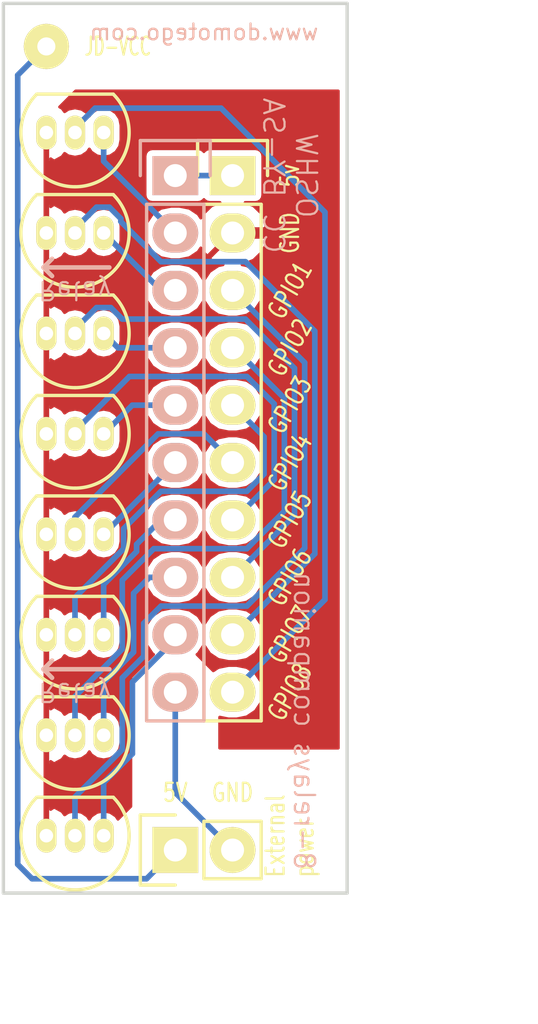
<source format=kicad_pcb>
(kicad_pcb (version 4) (host pcbnew 4.0.1-4.201602100846+6195~38~ubuntu15.10.1-stable)

  (general
    (links 27)
    (no_connects 0)
    (area 181.581667 104.285 200.660001 148.618333)
    (thickness 1.6)
    (drawings 31)
    (tracks 107)
    (zones 0)
    (modules 12)
    (nets 21)
  )

  (page A4)
  (title_block
    (title "8-relays companion")
    (date 2016-02-20)
    (rev 1)
    (company Domotego)
    (comment 1 https://github.com/tiramiseb/domotego_pcbs)
    (comment 2 https://www.domotego.com)
    (comment 4 "CC BY-SA")
  )

  (layers
    (0 F.Cu signal)
    (31 B.Cu signal)
    (32 B.Adhes user)
    (33 F.Adhes user)
    (34 B.Paste user)
    (35 F.Paste user)
    (36 B.SilkS user)
    (37 F.SilkS user)
    (38 B.Mask user)
    (39 F.Mask user)
    (40 Dwgs.User user)
    (41 Cmts.User user)
    (42 Eco1.User user)
    (43 Eco2.User user)
    (44 Edge.Cuts user)
    (45 Margin user)
    (46 B.CrtYd user)
    (47 F.CrtYd user)
    (48 B.Fab user)
    (49 F.Fab user)
  )

  (setup
    (last_trace_width 0.25)
    (trace_clearance 0.2)
    (zone_clearance 0.254)
    (zone_45_only no)
    (trace_min 0.2)
    (segment_width 0.2)
    (edge_width 0.15)
    (via_size 0.6)
    (via_drill 0.4)
    (via_min_size 0.4)
    (via_min_drill 0.3)
    (uvia_size 0.3)
    (uvia_drill 0.1)
    (uvias_allowed no)
    (uvia_min_size 0.2)
    (uvia_min_drill 0.1)
    (pcb_text_width 0.3)
    (pcb_text_size 1.5 1.5)
    (mod_edge_width 0.15)
    (mod_text_size 1 1)
    (mod_text_width 0.15)
    (pad_size 1.7272 1.7272)
    (pad_drill 1.016)
    (pad_to_mask_clearance 0.2)
    (aux_axis_origin 0 0)
    (visible_elements FFFFFF7F)
    (pcbplotparams
      (layerselection 0x00030_80000001)
      (usegerberextensions false)
      (excludeedgelayer true)
      (linewidth 0.100000)
      (plotframeref false)
      (viasonmask false)
      (mode 1)
      (useauxorigin false)
      (hpglpennumber 1)
      (hpglpenspeed 20)
      (hpglpendiameter 15)
      (hpglpenoverlay 2)
      (psnegative false)
      (psa4output false)
      (plotreference true)
      (plotvalue true)
      (plotinvisibletext false)
      (padsonsilk false)
      (subtractmaskfromsilk false)
      (outputformat 1)
      (mirror false)
      (drillshape 1)
      (scaleselection 1)
      (outputdirectory ""))
  )

  (net 0 "")
  (net 1 RPI_5V)
  (net 2 IN2)
  (net 3 IN1)
  (net 4 EXT_GND)
  (net 5 RPI_GND)
  (net 6 GPIO1)
  (net 7 GPIO2)
  (net 8 EXT_5V)
  (net 9 IN4)
  (net 10 IN3)
  (net 11 GPIO3)
  (net 12 GPIO4)
  (net 13 IN8)
  (net 14 IN7)
  (net 15 IN6)
  (net 16 IN5)
  (net 17 GPIO5)
  (net 18 GPIO6)
  (net 19 GPIO7)
  (net 20 GPIO8)

  (net_class Default "Ceci est la Netclass par défaut"
    (clearance 0.2)
    (trace_width 0.25)
    (via_dia 0.6)
    (via_drill 0.4)
    (uvia_dia 0.3)
    (uvia_drill 0.1)
    (add_net EXT_5V)
    (add_net EXT_GND)
    (add_net GPIO1)
    (add_net GPIO2)
    (add_net GPIO3)
    (add_net GPIO4)
    (add_net GPIO5)
    (add_net GPIO6)
    (add_net GPIO7)
    (add_net GPIO8)
    (add_net IN1)
    (add_net IN2)
    (add_net IN3)
    (add_net IN4)
    (add_net IN5)
    (add_net IN6)
    (add_net IN7)
    (add_net IN8)
    (add_net RPI_5V)
    (add_net RPI_GND)
  )

  (module TO_SOT_Packages_THT:TO-92_Inline_Narrow_Oval (layer F.Cu) (tedit 56C2421F) (tstamp 56C24158)
    (at 189.23 129.54 180)
    (descr "TO-92 leads in-line, narrow, oval pads, drill 0.6mm (see NXP sot054_po.pdf)")
    (tags "to-92 sc-43 sc-43a sot54 PA33 transistor")
    (path /56C2581B)
    (fp_text reference Q4 (at 0 -4 180) (layer F.SilkS) hide
      (effects (font (size 1 1) (thickness 0.15)))
    )
    (fp_text value BC547 (at 0 3 180) (layer F.Fab) hide
      (effects (font (size 1 1) (thickness 0.15)))
    )
    (fp_line (start -1.4 1.95) (end -1.4 -2.65) (layer F.CrtYd) (width 0.05))
    (fp_line (start -1.4 1.95) (end 3.95 1.95) (layer F.CrtYd) (width 0.05))
    (fp_line (start -0.43 1.7) (end 2.97 1.7) (layer F.SilkS) (width 0.15))
    (fp_arc (start 1.27 0) (end 1.27 -2.4) (angle -135) (layer F.SilkS) (width 0.15))
    (fp_arc (start 1.27 0) (end 1.27 -2.4) (angle 135) (layer F.SilkS) (width 0.15))
    (fp_line (start -1.4 -2.65) (end 3.95 -2.65) (layer F.CrtYd) (width 0.05))
    (fp_line (start 3.95 1.95) (end 3.95 -2.65) (layer F.CrtYd) (width 0.05))
    (pad 2 thru_hole oval (at 1.27 0) (size 0.89916 1.50114) (drill 0.6) (layers *.Cu *.Mask F.SilkS)
      (net 12 GPIO4))
    (pad 3 thru_hole oval (at 2.54 0) (size 0.89916 1.50114) (drill 0.6) (layers *.Cu *.Mask F.SilkS)
      (net 5 RPI_GND))
    (pad 1 thru_hole oval (at 0 0) (size 0.89916 1.50114) (drill 0.6) (layers *.Cu *.Mask F.SilkS)
      (net 9 IN4))
    (model TO_SOT_Packages_THT.3dshapes/TO-92_Inline_Narrow_Oval.wrl
      (at (xyz 0.05 0 0))
      (scale (xyz 1 1 1))
      (rotate (xyz 0 0 -90))
    )
  )

  (module Pin_Headers:Pin_Header_Straight_1x02 (layer F.Cu) (tedit 56C241D4) (tstamp 56C24137)
    (at 192.405 143.51 90)
    (descr "Through hole pin header")
    (tags "pin header")
    (path /56C1B847)
    (fp_text reference P3 (at 0 -5.1 90) (layer F.SilkS) hide
      (effects (font (size 1 1) (thickness 0.15)))
    )
    (fp_text value CONN_01X02 (at 0 -3.1 90) (layer F.Fab) hide
      (effects (font (size 1 1) (thickness 0.15)))
    )
    (fp_line (start 1.27 1.27) (end 1.27 3.81) (layer F.SilkS) (width 0.15))
    (fp_line (start 1.55 -1.55) (end 1.55 0) (layer F.SilkS) (width 0.15))
    (fp_line (start -1.75 -1.75) (end -1.75 4.3) (layer F.CrtYd) (width 0.05))
    (fp_line (start 1.75 -1.75) (end 1.75 4.3) (layer F.CrtYd) (width 0.05))
    (fp_line (start -1.75 -1.75) (end 1.75 -1.75) (layer F.CrtYd) (width 0.05))
    (fp_line (start -1.75 4.3) (end 1.75 4.3) (layer F.CrtYd) (width 0.05))
    (fp_line (start 1.27 1.27) (end -1.27 1.27) (layer F.SilkS) (width 0.15))
    (fp_line (start -1.55 0) (end -1.55 -1.55) (layer F.SilkS) (width 0.15))
    (fp_line (start -1.55 -1.55) (end 1.55 -1.55) (layer F.SilkS) (width 0.15))
    (fp_line (start -1.27 1.27) (end -1.27 3.81) (layer F.SilkS) (width 0.15))
    (fp_line (start -1.27 3.81) (end 1.27 3.81) (layer F.SilkS) (width 0.15))
    (pad 1 thru_hole rect (at 0 0 90) (size 2.032 2.032) (drill 1.016) (layers *.Cu *.Mask F.SilkS)
      (net 8 EXT_5V))
    (pad 2 thru_hole oval (at 0 2.54 90) (size 2.032 2.032) (drill 1.016) (layers *.Cu *.Mask F.SilkS)
      (net 4 EXT_GND))
    (model Pin_Headers.3dshapes/Pin_Header_Straight_1x02.wrl
      (at (xyz 0 -0.05 0))
      (scale (xyz 1 1 1))
      (rotate (xyz 0 0 90))
    )
  )

  (module TO_SOT_Packages_THT:TO-92_Inline_Narrow_Oval (layer F.Cu) (tedit 56C2423B) (tstamp 56C24143)
    (at 189.23 142.875 180)
    (descr "TO-92 leads in-line, narrow, oval pads, drill 0.6mm (see NXP sot054_po.pdf)")
    (tags "to-92 sc-43 sc-43a sot54 PA33 transistor")
    (path /56C1B047)
    (fp_text reference Q1 (at 0 -4 180) (layer F.SilkS) hide
      (effects (font (size 1 1) (thickness 0.15)))
    )
    (fp_text value BC547 (at 0 3 180) (layer F.Fab) hide
      (effects (font (size 1 1) (thickness 0.15)))
    )
    (fp_line (start -1.4 1.95) (end -1.4 -2.65) (layer F.CrtYd) (width 0.05))
    (fp_line (start -1.4 1.95) (end 3.95 1.95) (layer F.CrtYd) (width 0.05))
    (fp_line (start -0.43 1.7) (end 2.97 1.7) (layer F.SilkS) (width 0.15))
    (fp_arc (start 1.27 0) (end 1.27 -2.4) (angle -135) (layer F.SilkS) (width 0.15))
    (fp_arc (start 1.27 0) (end 1.27 -2.4) (angle 135) (layer F.SilkS) (width 0.15))
    (fp_line (start -1.4 -2.65) (end 3.95 -2.65) (layer F.CrtYd) (width 0.05))
    (fp_line (start 3.95 1.95) (end 3.95 -2.65) (layer F.CrtYd) (width 0.05))
    (pad 2 thru_hole oval (at 1.27 0) (size 0.89916 1.50114) (drill 0.6) (layers *.Cu *.Mask F.SilkS)
      (net 6 GPIO1))
    (pad 3 thru_hole oval (at 2.54 0) (size 0.89916 1.50114) (drill 0.6) (layers *.Cu *.Mask F.SilkS)
      (net 5 RPI_GND))
    (pad 1 thru_hole oval (at 0 0) (size 0.89916 1.50114) (drill 0.6) (layers *.Cu *.Mask F.SilkS)
      (net 3 IN1))
    (model TO_SOT_Packages_THT.3dshapes/TO-92_Inline_Narrow_Oval.wrl
      (at (xyz 0.05 0 0))
      (scale (xyz 1 1 1))
      (rotate (xyz 0 0 -90))
    )
  )

  (module TO_SOT_Packages_THT:TO-92_Inline_Narrow_Oval (layer F.Cu) (tedit 56C2422C) (tstamp 56C2414A)
    (at 189.23 138.43 180)
    (descr "TO-92 leads in-line, narrow, oval pads, drill 0.6mm (see NXP sot054_po.pdf)")
    (tags "to-92 sc-43 sc-43a sot54 PA33 transistor")
    (path /56C1B198)
    (fp_text reference Q2 (at 0 -4 180) (layer F.SilkS) hide
      (effects (font (size 1 1) (thickness 0.15)))
    )
    (fp_text value BC547 (at 0 3 180) (layer F.Fab) hide
      (effects (font (size 1 1) (thickness 0.15)))
    )
    (fp_line (start -1.4 1.95) (end -1.4 -2.65) (layer F.CrtYd) (width 0.05))
    (fp_line (start -1.4 1.95) (end 3.95 1.95) (layer F.CrtYd) (width 0.05))
    (fp_line (start -0.43 1.7) (end 2.97 1.7) (layer F.SilkS) (width 0.15))
    (fp_arc (start 1.27 0) (end 1.27 -2.4) (angle -135) (layer F.SilkS) (width 0.15))
    (fp_arc (start 1.27 0) (end 1.27 -2.4) (angle 135) (layer F.SilkS) (width 0.15))
    (fp_line (start -1.4 -2.65) (end 3.95 -2.65) (layer F.CrtYd) (width 0.05))
    (fp_line (start 3.95 1.95) (end 3.95 -2.65) (layer F.CrtYd) (width 0.05))
    (pad 2 thru_hole oval (at 1.27 0) (size 0.89916 1.50114) (drill 0.6) (layers *.Cu *.Mask F.SilkS)
      (net 7 GPIO2))
    (pad 3 thru_hole oval (at 2.54 0) (size 0.89916 1.50114) (drill 0.6) (layers *.Cu *.Mask F.SilkS)
      (net 5 RPI_GND))
    (pad 1 thru_hole oval (at 0 0) (size 0.89916 1.50114) (drill 0.6) (layers *.Cu *.Mask F.SilkS)
      (net 2 IN2))
    (model TO_SOT_Packages_THT.3dshapes/TO-92_Inline_Narrow_Oval.wrl
      (at (xyz 0.05 0 0))
      (scale (xyz 1 1 1))
      (rotate (xyz 0 0 -90))
    )
  )

  (module TO_SOT_Packages_THT:TO-92_Inline_Narrow_Oval (layer F.Cu) (tedit 56C2421C) (tstamp 56C24151)
    (at 189.23 133.985 180)
    (descr "TO-92 leads in-line, narrow, oval pads, drill 0.6mm (see NXP sot054_po.pdf)")
    (tags "to-92 sc-43 sc-43a sot54 PA33 transistor")
    (path /56C255F0)
    (fp_text reference Q3 (at 0 -4 180) (layer F.SilkS) hide
      (effects (font (size 1 1) (thickness 0.15)))
    )
    (fp_text value BC547 (at 0 3 180) (layer F.Fab) hide
      (effects (font (size 1 1) (thickness 0.15)))
    )
    (fp_line (start -1.4 1.95) (end -1.4 -2.65) (layer F.CrtYd) (width 0.05))
    (fp_line (start -1.4 1.95) (end 3.95 1.95) (layer F.CrtYd) (width 0.05))
    (fp_line (start -0.43 1.7) (end 2.97 1.7) (layer F.SilkS) (width 0.15))
    (fp_arc (start 1.27 0) (end 1.27 -2.4) (angle -135) (layer F.SilkS) (width 0.15))
    (fp_arc (start 1.27 0) (end 1.27 -2.4) (angle 135) (layer F.SilkS) (width 0.15))
    (fp_line (start -1.4 -2.65) (end 3.95 -2.65) (layer F.CrtYd) (width 0.05))
    (fp_line (start 3.95 1.95) (end 3.95 -2.65) (layer F.CrtYd) (width 0.05))
    (pad 2 thru_hole oval (at 1.27 0) (size 0.89916 1.50114) (drill 0.6) (layers *.Cu *.Mask F.SilkS)
      (net 11 GPIO3))
    (pad 3 thru_hole oval (at 2.54 0) (size 0.89916 1.50114) (drill 0.6) (layers *.Cu *.Mask F.SilkS)
      (net 5 RPI_GND))
    (pad 1 thru_hole oval (at 0 0) (size 0.89916 1.50114) (drill 0.6) (layers *.Cu *.Mask F.SilkS)
      (net 10 IN3))
    (model TO_SOT_Packages_THT.3dshapes/TO-92_Inline_Narrow_Oval.wrl
      (at (xyz 0.05 0 0))
      (scale (xyz 1 1 1))
      (rotate (xyz 0 0 -90))
    )
  )

  (module Wire_Pads:SolderWirePad_single_0-8mmDrill (layer F.Cu) (tedit 56C241CE) (tstamp 56C2413C)
    (at 186.69 107.95)
    (path /56C1BA9B)
    (fp_text reference P4 (at 0 -2.54) (layer F.SilkS) hide
      (effects (font (size 1 1) (thickness 0.15)))
    )
    (fp_text value CONN_01X01 (at 0 2.54) (layer F.Fab) hide
      (effects (font (size 1 1) (thickness 0.15)))
    )
    (pad 1 thru_hole circle (at 0 0) (size 1.99898 1.99898) (drill 0.8001) (layers *.Cu *.Mask F.SilkS)
      (net 8 EXT_5V))
  )

  (module TO_SOT_Packages_THT:TO-92_Inline_Narrow_Oval (layer F.Cu) (tedit 56C2BBB7) (tstamp 56C2BB07)
    (at 189.23 125.095 180)
    (descr "TO-92 leads in-line, narrow, oval pads, drill 0.6mm (see NXP sot054_po.pdf)")
    (tags "to-92 sc-43 sc-43a sot54 PA33 transistor")
    (path /56C2C8F5)
    (fp_text reference Q5 (at 0 -4 180) (layer F.SilkS) hide
      (effects (font (size 1 1) (thickness 0.15)))
    )
    (fp_text value BC547 (at 0 3 180) (layer F.Fab) hide
      (effects (font (size 1 1) (thickness 0.15)))
    )
    (fp_line (start -1.4 1.95) (end -1.4 -2.65) (layer F.CrtYd) (width 0.05))
    (fp_line (start -1.4 1.95) (end 3.95 1.95) (layer F.CrtYd) (width 0.05))
    (fp_line (start -0.43 1.7) (end 2.97 1.7) (layer F.SilkS) (width 0.15))
    (fp_arc (start 1.27 0) (end 1.27 -2.4) (angle -135) (layer F.SilkS) (width 0.15))
    (fp_arc (start 1.27 0) (end 1.27 -2.4) (angle 135) (layer F.SilkS) (width 0.15))
    (fp_line (start -1.4 -2.65) (end 3.95 -2.65) (layer F.CrtYd) (width 0.05))
    (fp_line (start 3.95 1.95) (end 3.95 -2.65) (layer F.CrtYd) (width 0.05))
    (pad 2 thru_hole oval (at 1.27 0) (size 0.89916 1.50114) (drill 0.6) (layers *.Cu *.Mask F.SilkS)
      (net 17 GPIO5))
    (pad 3 thru_hole oval (at 2.54 0) (size 0.89916 1.50114) (drill 0.6) (layers *.Cu *.Mask F.SilkS)
      (net 5 RPI_GND))
    (pad 1 thru_hole oval (at 0 0) (size 0.89916 1.50114) (drill 0.6) (layers *.Cu *.Mask F.SilkS)
      (net 16 IN5))
    (model TO_SOT_Packages_THT.3dshapes/TO-92_Inline_Narrow_Oval.wrl
      (at (xyz 0.05 0 0))
      (scale (xyz 1 1 1))
      (rotate (xyz 0 0 -90))
    )
  )

  (module TO_SOT_Packages_THT:TO-92_Inline_Narrow_Oval (layer F.Cu) (tedit 56C2BBBB) (tstamp 56C2BB0E)
    (at 189.23 120.65 180)
    (descr "TO-92 leads in-line, narrow, oval pads, drill 0.6mm (see NXP sot054_po.pdf)")
    (tags "to-92 sc-43 sc-43a sot54 PA33 transistor")
    (path /56C2C8FB)
    (fp_text reference Q6 (at 0 -4 180) (layer F.SilkS) hide
      (effects (font (size 1 1) (thickness 0.15)))
    )
    (fp_text value BC547 (at 0 3 180) (layer F.Fab) hide
      (effects (font (size 1 1) (thickness 0.15)))
    )
    (fp_line (start -1.4 1.95) (end -1.4 -2.65) (layer F.CrtYd) (width 0.05))
    (fp_line (start -1.4 1.95) (end 3.95 1.95) (layer F.CrtYd) (width 0.05))
    (fp_line (start -0.43 1.7) (end 2.97 1.7) (layer F.SilkS) (width 0.15))
    (fp_arc (start 1.27 0) (end 1.27 -2.4) (angle -135) (layer F.SilkS) (width 0.15))
    (fp_arc (start 1.27 0) (end 1.27 -2.4) (angle 135) (layer F.SilkS) (width 0.15))
    (fp_line (start -1.4 -2.65) (end 3.95 -2.65) (layer F.CrtYd) (width 0.05))
    (fp_line (start 3.95 1.95) (end 3.95 -2.65) (layer F.CrtYd) (width 0.05))
    (pad 2 thru_hole oval (at 1.27 0) (size 0.89916 1.50114) (drill 0.6) (layers *.Cu *.Mask F.SilkS)
      (net 18 GPIO6))
    (pad 3 thru_hole oval (at 2.54 0) (size 0.89916 1.50114) (drill 0.6) (layers *.Cu *.Mask F.SilkS)
      (net 5 RPI_GND))
    (pad 1 thru_hole oval (at 0 0) (size 0.89916 1.50114) (drill 0.6) (layers *.Cu *.Mask F.SilkS)
      (net 15 IN6))
    (model TO_SOT_Packages_THT.3dshapes/TO-92_Inline_Narrow_Oval.wrl
      (at (xyz 0.05 0 0))
      (scale (xyz 1 1 1))
      (rotate (xyz 0 0 -90))
    )
  )

  (module TO_SOT_Packages_THT:TO-92_Inline_Narrow_Oval (layer F.Cu) (tedit 56C2BBC0) (tstamp 56C2BB15)
    (at 189.23 116.205 180)
    (descr "TO-92 leads in-line, narrow, oval pads, drill 0.6mm (see NXP sot054_po.pdf)")
    (tags "to-92 sc-43 sc-43a sot54 PA33 transistor")
    (path /56C2C911)
    (fp_text reference Q7 (at 0 -4 180) (layer F.SilkS) hide
      (effects (font (size 1 1) (thickness 0.15)))
    )
    (fp_text value BC547 (at 0 3 180) (layer F.Fab) hide
      (effects (font (size 1 1) (thickness 0.15)))
    )
    (fp_line (start -1.4 1.95) (end -1.4 -2.65) (layer F.CrtYd) (width 0.05))
    (fp_line (start -1.4 1.95) (end 3.95 1.95) (layer F.CrtYd) (width 0.05))
    (fp_line (start -0.43 1.7) (end 2.97 1.7) (layer F.SilkS) (width 0.15))
    (fp_arc (start 1.27 0) (end 1.27 -2.4) (angle -135) (layer F.SilkS) (width 0.15))
    (fp_arc (start 1.27 0) (end 1.27 -2.4) (angle 135) (layer F.SilkS) (width 0.15))
    (fp_line (start -1.4 -2.65) (end 3.95 -2.65) (layer F.CrtYd) (width 0.05))
    (fp_line (start 3.95 1.95) (end 3.95 -2.65) (layer F.CrtYd) (width 0.05))
    (pad 2 thru_hole oval (at 1.27 0) (size 0.89916 1.50114) (drill 0.6) (layers *.Cu *.Mask F.SilkS)
      (net 19 GPIO7))
    (pad 3 thru_hole oval (at 2.54 0) (size 0.89916 1.50114) (drill 0.6) (layers *.Cu *.Mask F.SilkS)
      (net 5 RPI_GND))
    (pad 1 thru_hole oval (at 0 0) (size 0.89916 1.50114) (drill 0.6) (layers *.Cu *.Mask F.SilkS)
      (net 14 IN7))
    (model TO_SOT_Packages_THT.3dshapes/TO-92_Inline_Narrow_Oval.wrl
      (at (xyz 0.05 0 0))
      (scale (xyz 1 1 1))
      (rotate (xyz 0 0 -90))
    )
  )

  (module TO_SOT_Packages_THT:TO-92_Inline_Narrow_Oval (layer F.Cu) (tedit 56C2BB36) (tstamp 56C2BB1C)
    (at 189.23 111.76 180)
    (descr "TO-92 leads in-line, narrow, oval pads, drill 0.6mm (see NXP sot054_po.pdf)")
    (tags "to-92 sc-43 sc-43a sot54 PA33 transistor")
    (path /56C2C91F)
    (fp_text reference Q8 (at 0 -4 180) (layer F.SilkS) hide
      (effects (font (size 1 1) (thickness 0.15)))
    )
    (fp_text value BC547 (at 0 3 270) (layer F.Fab) hide
      (effects (font (size 1 1) (thickness 0.15)))
    )
    (fp_line (start -1.4 1.95) (end -1.4 -2.65) (layer F.CrtYd) (width 0.05))
    (fp_line (start -1.4 1.95) (end 3.95 1.95) (layer F.CrtYd) (width 0.05))
    (fp_line (start -0.43 1.7) (end 2.97 1.7) (layer F.SilkS) (width 0.15))
    (fp_arc (start 1.27 0) (end 1.27 -2.4) (angle -135) (layer F.SilkS) (width 0.15))
    (fp_arc (start 1.27 0) (end 1.27 -2.4) (angle 135) (layer F.SilkS) (width 0.15))
    (fp_line (start -1.4 -2.65) (end 3.95 -2.65) (layer F.CrtYd) (width 0.05))
    (fp_line (start 3.95 1.95) (end 3.95 -2.65) (layer F.CrtYd) (width 0.05))
    (pad 2 thru_hole oval (at 1.27 0) (size 0.89916 1.50114) (drill 0.6) (layers *.Cu *.Mask F.SilkS)
      (net 20 GPIO8))
    (pad 3 thru_hole oval (at 2.54 0) (size 0.89916 1.50114) (drill 0.6) (layers *.Cu *.Mask F.SilkS)
      (net 5 RPI_GND))
    (pad 1 thru_hole oval (at 0 0) (size 0.89916 1.50114) (drill 0.6) (layers *.Cu *.Mask F.SilkS)
      (net 13 IN8))
    (model TO_SOT_Packages_THT.3dshapes/TO-92_Inline_Narrow_Oval.wrl
      (at (xyz 0.05 0 0))
      (scale (xyz 1 1 1))
      (rotate (xyz 0 0 -90))
    )
  )

  (module Socket_Strips:Socket_Strip_Straight_1x10 (layer B.Cu) (tedit 56C2BC2A) (tstamp 56C2BB2A)
    (at 192.405 113.665 270)
    (descr "Through hole socket strip")
    (tags "socket strip")
    (path /56C1AEC7)
    (fp_text reference P1 (at 0 5.1 270) (layer B.SilkS) hide
      (effects (font (size 1 1) (thickness 0.15)) (justify mirror))
    )
    (fp_text value CONN_01X10 (at 0 3.1 270) (layer B.Fab) hide
      (effects (font (size 1 1) (thickness 0.15)) (justify mirror))
    )
    (fp_line (start -1.75 1.75) (end -1.75 -1.75) (layer B.CrtYd) (width 0.05))
    (fp_line (start 24.65 1.75) (end 24.65 -1.75) (layer B.CrtYd) (width 0.05))
    (fp_line (start -1.75 1.75) (end 24.65 1.75) (layer B.CrtYd) (width 0.05))
    (fp_line (start -1.75 -1.75) (end 24.65 -1.75) (layer B.CrtYd) (width 0.05))
    (fp_line (start 1.27 -1.27) (end 24.13 -1.27) (layer B.SilkS) (width 0.15))
    (fp_line (start 24.13 -1.27) (end 24.13 1.27) (layer B.SilkS) (width 0.15))
    (fp_line (start 24.13 1.27) (end 1.27 1.27) (layer B.SilkS) (width 0.15))
    (fp_line (start -1.55 -1.55) (end 0 -1.55) (layer B.SilkS) (width 0.15))
    (fp_line (start 1.27 -1.27) (end 1.27 1.27) (layer B.SilkS) (width 0.15))
    (fp_line (start 0 1.55) (end -1.55 1.55) (layer B.SilkS) (width 0.15))
    (fp_line (start -1.55 1.55) (end -1.55 -1.55) (layer B.SilkS) (width 0.15))
    (pad 1 thru_hole rect (at 0 0 270) (size 1.7272 2.032) (drill 1.016) (layers *.Cu *.Mask B.SilkS)
      (net 1 RPI_5V))
    (pad 2 thru_hole oval (at 2.54 0 270) (size 1.7272 2.032) (drill 1.016) (layers *.Cu *.Mask B.SilkS)
      (net 13 IN8))
    (pad 3 thru_hole oval (at 5.08 0 270) (size 1.7272 2.032) (drill 1.016) (layers *.Cu *.Mask B.SilkS)
      (net 14 IN7))
    (pad 4 thru_hole oval (at 7.62 0 270) (size 1.7272 2.032) (drill 1.016) (layers *.Cu *.Mask B.SilkS)
      (net 15 IN6))
    (pad 5 thru_hole oval (at 10.16 0 270) (size 1.7272 2.032) (drill 1.016) (layers *.Cu *.Mask B.SilkS)
      (net 16 IN5))
    (pad 6 thru_hole oval (at 12.7 0 270) (size 1.7272 2.032) (drill 1.016) (layers *.Cu *.Mask B.SilkS)
      (net 9 IN4))
    (pad 7 thru_hole oval (at 15.24 0 270) (size 1.7272 2.032) (drill 1.016) (layers *.Cu *.Mask B.SilkS)
      (net 10 IN3))
    (pad 8 thru_hole oval (at 17.78 0 270) (size 1.7272 2.032) (drill 1.016) (layers *.Cu *.Mask B.SilkS)
      (net 2 IN2))
    (pad 9 thru_hole oval (at 20.32 0 270) (size 1.7272 2.032) (drill 1.016) (layers *.Cu *.Mask B.SilkS)
      (net 3 IN1))
    (pad 10 thru_hole oval (at 22.86 0 270) (size 1.7272 2.032) (drill 1.016) (layers *.Cu *.Mask B.SilkS)
      (net 4 EXT_GND))
    (model Socket_Strips.3dshapes/Socket_Strip_Straight_1x10.wrl
      (at (xyz 0.45 0 0))
      (scale (xyz 1 1 1))
      (rotate (xyz 0 0 180))
    )
  )

  (module Pin_Headers:Pin_Header_Straight_1x10 (layer F.Cu) (tedit 56C2BC1B) (tstamp 56C2BB37)
    (at 194.945 113.665)
    (descr "Through hole pin header")
    (tags "pin header")
    (path /56C1B235)
    (fp_text reference P2 (at 0 -5.1) (layer F.SilkS) hide
      (effects (font (size 1 1) (thickness 0.15)))
    )
    (fp_text value CONN_01X10 (at 0 -3.1) (layer F.Fab) hide
      (effects (font (size 1 1) (thickness 0.15)))
    )
    (fp_line (start -1.75 -1.75) (end -1.75 24.65) (layer F.CrtYd) (width 0.05))
    (fp_line (start 1.75 -1.75) (end 1.75 24.65) (layer F.CrtYd) (width 0.05))
    (fp_line (start -1.75 -1.75) (end 1.75 -1.75) (layer F.CrtYd) (width 0.05))
    (fp_line (start -1.75 24.65) (end 1.75 24.65) (layer F.CrtYd) (width 0.05))
    (fp_line (start 1.27 1.27) (end 1.27 24.13) (layer F.SilkS) (width 0.15))
    (fp_line (start 1.27 24.13) (end -1.27 24.13) (layer F.SilkS) (width 0.15))
    (fp_line (start -1.27 24.13) (end -1.27 1.27) (layer F.SilkS) (width 0.15))
    (fp_line (start 1.55 -1.55) (end 1.55 0) (layer F.SilkS) (width 0.15))
    (fp_line (start 1.27 1.27) (end -1.27 1.27) (layer F.SilkS) (width 0.15))
    (fp_line (start -1.55 0) (end -1.55 -1.55) (layer F.SilkS) (width 0.15))
    (fp_line (start -1.55 -1.55) (end 1.55 -1.55) (layer F.SilkS) (width 0.15))
    (pad 1 thru_hole rect (at 0 0) (size 2.032 1.7272) (drill 1.016) (layers *.Cu *.Mask F.SilkS)
      (net 1 RPI_5V))
    (pad 2 thru_hole oval (at 0 2.54) (size 2.032 1.7272) (drill 1.016) (layers *.Cu *.Mask F.SilkS)
      (net 5 RPI_GND))
    (pad 3 thru_hole oval (at 0 5.08) (size 2.032 1.7272) (drill 1.016) (layers *.Cu *.Mask F.SilkS)
      (net 6 GPIO1))
    (pad 4 thru_hole oval (at 0 7.62) (size 2.032 1.7272) (drill 1.016) (layers *.Cu *.Mask F.SilkS)
      (net 7 GPIO2))
    (pad 5 thru_hole oval (at 0 10.16) (size 2.032 1.7272) (drill 1.016) (layers *.Cu *.Mask F.SilkS)
      (net 11 GPIO3))
    (pad 6 thru_hole oval (at 0 12.7) (size 2.032 1.7272) (drill 1.016) (layers *.Cu *.Mask F.SilkS)
      (net 12 GPIO4))
    (pad 7 thru_hole oval (at 0 15.24) (size 2.032 1.7272) (drill 1.016) (layers *.Cu *.Mask F.SilkS)
      (net 17 GPIO5))
    (pad 8 thru_hole oval (at 0 17.78) (size 2.032 1.7272) (drill 1.016) (layers *.Cu *.Mask F.SilkS)
      (net 18 GPIO6))
    (pad 9 thru_hole oval (at 0 20.32) (size 2.032 1.7272) (drill 1.016) (layers *.Cu *.Mask F.SilkS)
      (net 19 GPIO7))
    (pad 10 thru_hole oval (at 0 22.86) (size 2.032 1.7272) (drill 1.016) (layers *.Cu *.Mask F.SilkS)
      (net 20 GPIO8))
    (model Pin_Headers.3dshapes/Pin_Header_Straight_1x10.wrl
      (at (xyz 0 -0.45 0))
      (scale (xyz 1 1 1))
      (rotate (xyz 0 0 90))
    )
  )

  (dimension 15.24 (width 0.3) (layer Cmts.User)
    (gr_text "15,240 mm" (at 192.405 151.845) (layer Cmts.User)
      (effects (font (size 1.5 1.5) (thickness 0.3)))
    )
    (feature1 (pts (xy 200.025 146.685) (xy 200.025 153.195)))
    (feature2 (pts (xy 184.785 146.685) (xy 184.785 153.195)))
    (crossbar (pts (xy 184.785 150.495) (xy 200.025 150.495)))
    (arrow1a (pts (xy 200.025 150.495) (xy 198.898496 151.081421)))
    (arrow1b (pts (xy 200.025 150.495) (xy 198.898496 149.908579)))
    (arrow2a (pts (xy 184.785 150.495) (xy 185.911504 151.081421)))
    (arrow2b (pts (xy 184.785 150.495) (xy 185.911504 149.908579)))
  )
  (dimension 39.37 (width 0.3) (layer Cmts.User)
    (gr_text "39,370 mm" (at 205.82 125.73 270) (layer Cmts.User)
      (effects (font (size 1.5 1.5) (thickness 0.3)))
    )
    (feature1 (pts (xy 201.93 145.415) (xy 207.17 145.415)))
    (feature2 (pts (xy 201.93 106.045) (xy 207.17 106.045)))
    (crossbar (pts (xy 204.47 106.045) (xy 204.47 145.415)))
    (arrow1a (pts (xy 204.47 145.415) (xy 203.883579 144.288496)))
    (arrow1b (pts (xy 204.47 145.415) (xy 205.056421 144.288496)))
    (arrow2a (pts (xy 204.47 106.045) (xy 203.883579 107.171504)))
    (arrow2b (pts (xy 204.47 106.045) (xy 205.056421 107.171504)))
  )
  (gr_line (start 186.563 135.509) (end 186.944 135.128) (angle 90) (layer B.SilkS) (width 0.2))
  (gr_line (start 186.563 135.509) (end 186.944 135.89) (angle 90) (layer B.SilkS) (width 0.2))
  (gr_line (start 186.563 135.509) (end 189.484 135.509) (angle 90) (layer B.SilkS) (width 0.2))
  (gr_text Relay (at 187.96 136.525 180) (layer B.SilkS)
    (effects (font (size 0.8 0.8) (thickness 0.1)) (justify mirror))
  )
  (gr_line (start 184.785 106.045) (end 200.025 106.045) (angle 90) (layer Edge.Cuts) (width 0.15))
  (gr_line (start 184.785 145.415) (end 184.785 106.045) (angle 90) (layer Edge.Cuts) (width 0.15))
  (gr_line (start 200.025 145.415) (end 184.785 145.415) (angle 90) (layer Edge.Cuts) (width 0.15))
  (gr_line (start 200.025 106.045) (end 200.025 145.415) (angle 90) (layer Edge.Cuts) (width 0.15))
  (gr_text GPIO8 (at 197.485 136.525 60) (layer F.SilkS)
    (effects (font (size 0.8 0.6) (thickness 0.1)))
  )
  (gr_text GPIO7 (at 197.485 133.985 60) (layer F.SilkS)
    (effects (font (size 0.8 0.6) (thickness 0.1)))
  )
  (gr_text GPIO6 (at 197.485 131.445 60) (layer F.SilkS)
    (effects (font (size 0.8 0.6) (thickness 0.1)))
  )
  (gr_text GPIO5 (at 197.485 128.905 60) (layer F.SilkS)
    (effects (font (size 0.8 0.6) (thickness 0.1)))
  )
  (gr_text "OSHW\nCC BY-SA" (at 197.485 113.665 270) (layer B.SilkS)
    (effects (font (size 0.9 0.9) (thickness 0.1)) (justify mirror))
  )
  (gr_line (start 186.563 117.729) (end 186.944 117.348) (angle 90) (layer B.SilkS) (width 0.2))
  (gr_line (start 186.563 117.729) (end 186.944 118.11) (angle 90) (layer B.SilkS) (width 0.2))
  (gr_line (start 186.563 117.729) (end 189.484 117.729) (angle 90) (layer B.SilkS) (width 0.2))
  (gr_text Relay (at 187.96 118.745 180) (layer B.SilkS)
    (effects (font (size 0.8 0.8) (thickness 0.1)) (justify mirror))
  )
  (gr_text www.domotego.com (at 193.675 107.315) (layer B.SilkS)
    (effects (font (size 0.7 0.7) (thickness 0.1)) (justify mirror))
  )
  (gr_text "8-relays companion" (at 198.12 137.795 270) (layer B.SilkS)
    (effects (font (size 0.9 0.85) (thickness 0.1)) (justify mirror))
  )
  (gr_text JD-VCC (at 189.865 107.95) (layer F.SilkS)
    (effects (font (size 0.8 0.5) (thickness 0.1)))
  )
  (gr_text "External\npower" (at 197.485 144.78 90) (layer F.SilkS)
    (effects (font (size 0.8 0.6) (thickness 0.1)) (justify left))
  )
  (gr_text GND (at 194.945 140.97) (layer F.SilkS)
    (effects (font (size 0.8 0.6) (thickness 0.1)))
  )
  (gr_text 5V (at 192.405 140.97) (layer F.SilkS)
    (effects (font (size 0.8 0.6) (thickness 0.1)))
  )
  (gr_text GPIO4 (at 197.485 126.365 60) (layer F.SilkS)
    (effects (font (size 0.8 0.6) (thickness 0.1)))
  )
  (gr_text GPIO3 (at 197.485 123.825 60) (layer F.SilkS)
    (effects (font (size 0.8 0.6) (thickness 0.1)))
  )
  (gr_text GPIO2 (at 197.485 121.285 60) (layer F.SilkS)
    (effects (font (size 0.8 0.6) (thickness 0.1)))
  )
  (gr_text GPIO1 (at 197.485 118.745 60) (layer F.SilkS)
    (effects (font (size 0.8 0.6) (thickness 0.1)))
  )
  (gr_text GND (at 197.485 116.205 90) (layer F.SilkS)
    (effects (font (size 0.8 0.6) (thickness 0.1)))
  )
  (gr_text 5v (at 197.485 113.665 90) (layer F.SilkS)
    (effects (font (size 0.8 0.6) (thickness 0.1)))
  )

  (segment (start 192.405 113.665) (end 194.945 113.665) (width 0.25) (layer B.Cu) (net 1))
  (segment (start 189.23 138.43) (end 189.23 136.0805) (width 0.25) (layer B.Cu) (net 2))
  (segment (start 189.23 136.0805) (end 190.557998 134.752502) (width 0.25) (layer B.Cu) (net 2) (tstamp 56C2C1F9))
  (segment (start 190.557998 134.752502) (end 190.557998 132.149002) (width 0.25) (layer B.Cu) (net 2) (tstamp 56C2C1FC))
  (segment (start 190.557998 132.149002) (end 191.262 131.445) (width 0.25) (layer B.Cu) (net 2) (tstamp 56C2C1FE))
  (segment (start 191.262 131.445) (end 192.405 131.445) (width 0.25) (layer B.Cu) (net 2) (tstamp 56C2C201))
  (segment (start 192.405 134.178296) (end 192.405 133.985) (width 0.25) (layer B.Cu) (net 3) (tstamp 56C2C54B))
  (segment (start 189.23 142.875) (end 189.23 140.526898) (width 0.25) (layer B.Cu) (net 3))
  (segment (start 190.505502 136.077794) (end 192.405 134.178296) (width 0.25) (layer B.Cu) (net 3) (tstamp 56C2C54A))
  (segment (start 190.505502 139.251396) (end 190.505502 136.077794) (width 0.25) (layer B.Cu) (net 3) (tstamp 56C2C548))
  (segment (start 189.23 140.526898) (end 190.505502 139.251396) (width 0.25) (layer B.Cu) (net 3) (tstamp 56C2C545))
  (segment (start 194.945 143.51) (end 192.405 140.97) (width 0.25) (layer B.Cu) (net 4))
  (segment (start 192.405 140.97) (end 192.405 136.525) (width 0.25) (layer B.Cu) (net 4) (tstamp 56C2BCC0))
  (segment (start 186.69 111.76) (end 186.69 116.205) (width 0.25) (layer F.Cu) (net 5))
  (segment (start 194.945 116.205) (end 193.675 117.475) (width 0.25) (layer F.Cu) (net 5))
  (segment (start 193.675 117.475) (end 186.69 117.475) (width 0.25) (layer F.Cu) (net 5) (tstamp 56C2BCDB))
  (segment (start 186.69 125.095) (end 186.69 129.54) (width 0.25) (layer F.Cu) (net 5))
  (segment (start 186.69 129.54) (end 186.69 133.985) (width 0.25) (layer F.Cu) (net 5) (tstamp 56C2BCA5))
  (segment (start 186.69 133.985) (end 186.69 138.43) (width 0.25) (layer F.Cu) (net 5) (tstamp 56C2BCA7))
  (segment (start 186.69 138.43) (end 186.69 142.875) (width 0.25) (layer F.Cu) (net 5) (tstamp 56C2BCA9))
  (segment (start 186.69 116.205) (end 186.69 117.475) (width 0.25) (layer F.Cu) (net 5) (tstamp 56C246EB))
  (segment (start 186.69 117.475) (end 186.69 120.65) (width 0.25) (layer F.Cu) (net 5) (tstamp 56C2BCE0))
  (segment (start 186.69 120.65) (end 186.69 125.095) (width 0.25) (layer F.Cu) (net 5) (tstamp 56C246EC))
  (segment (start 187.96 142.875) (end 187.96 141.1605) (width 0.25) (layer B.Cu) (net 6))
  (segment (start 198.142008 121.942008) (end 194.945 118.745) (width 0.25) (layer B.Cu) (net 6) (tstamp 56C2C4A3))
  (segment (start 198.142008 130.152992) (end 198.142008 121.942008) (width 0.25) (layer B.Cu) (net 6) (tstamp 56C2C4A1))
  (segment (start 195.58 132.715) (end 198.142008 130.152992) (width 0.25) (layer B.Cu) (net 6) (tstamp 56C2C49B))
  (segment (start 191.77 132.715) (end 195.58 132.715) (width 0.25) (layer B.Cu) (net 6) (tstamp 56C2C49A))
  (segment (start 191.008 133.477) (end 191.77 132.715) (width 0.25) (layer B.Cu) (net 6) (tstamp 56C2C497))
  (segment (start 191.008 134.938898) (end 191.008 133.477) (width 0.25) (layer B.Cu) (net 6) (tstamp 56C2C496))
  (segment (start 190.0555 135.891398) (end 191.008 134.938898) (width 0.25) (layer B.Cu) (net 6) (tstamp 56C2C495))
  (segment (start 190.0555 139.065) (end 190.0555 135.891398) (width 0.25) (layer B.Cu) (net 6) (tstamp 56C2C48E))
  (segment (start 187.96 141.1605) (end 190.0555 139.065) (width 0.25) (layer B.Cu) (net 6) (tstamp 56C2C48A))
  (segment (start 194.945 121.285) (end 195.0085 121.285) (width 0.25) (layer B.Cu) (net 7))
  (segment (start 195.0085 121.285) (end 197.242004 123.518504) (width 0.25) (layer B.Cu) (net 7) (tstamp 56C2C3A3))
  (segment (start 197.242004 123.518504) (end 197.242004 128.512996) (width 0.25) (layer B.Cu) (net 7) (tstamp 56C2C3B1))
  (segment (start 197.242004 128.512996) (end 195.58 130.175) (width 0.25) (layer B.Cu) (net 7) (tstamp 56C2C3B5))
  (segment (start 195.58 130.175) (end 191.4525 130.175) (width 0.25) (layer B.Cu) (net 7) (tstamp 56C2C3BE))
  (segment (start 191.4525 130.175) (end 190.0555 131.572) (width 0.25) (layer B.Cu) (net 7) (tstamp 56C2C3C0))
  (segment (start 190.0555 131.572) (end 190.0555 134.618602) (width 0.25) (layer B.Cu) (net 7) (tstamp 56C2C3CB))
  (segment (start 190.0555 134.618602) (end 187.96 136.714102) (width 0.25) (layer B.Cu) (net 7) (tstamp 56C2C3D0))
  (segment (start 187.96 136.714102) (end 187.96 138.43) (width 0.25) (layer B.Cu) (net 7) (tstamp 56C2C3D1))
  (segment (start 192.405 143.51) (end 191.135 144.78) (width 0.25) (layer B.Cu) (net 8))
  (segment (start 185.42 109.22) (end 186.69 107.95) (width 0.25) (layer B.Cu) (net 8) (tstamp 56C2C5D7))
  (segment (start 185.42 144.145) (end 185.42 109.22) (width 0.25) (layer B.Cu) (net 8) (tstamp 56C2C5D6))
  (segment (start 186.055 144.78) (end 185.42 144.145) (width 0.25) (layer B.Cu) (net 8) (tstamp 56C2C5D5))
  (segment (start 191.135 144.78) (end 186.055 144.78) (width 0.25) (layer B.Cu) (net 8) (tstamp 56C2C5D4))
  (segment (start 189.23 129.54) (end 192.405 126.365) (width 0.25) (layer B.Cu) (net 9))
  (segment (start 189.23 133.985) (end 189.23 131.761102) (width 0.25) (layer B.Cu) (net 10))
  (segment (start 190.6905 129.9845) (end 191.77 128.905) (width 0.25) (layer B.Cu) (net 10) (tstamp 56C2C403))
  (segment (start 190.6905 130.300602) (end 190.6905 129.9845) (width 0.25) (layer B.Cu) (net 10) (tstamp 56C2C400))
  (segment (start 189.23 131.761102) (end 190.6905 130.300602) (width 0.25) (layer B.Cu) (net 10) (tstamp 56C2C3FD))
  (segment (start 191.77 128.905) (end 192.405 128.905) (width 0.25) (layer B.Cu) (net 10) (tstamp 56C2C40C))
  (segment (start 187.96 133.985) (end 187.96 132.334) (width 0.25) (layer B.Cu) (net 11))
  (segment (start 196.342 125.222) (end 194.945 123.825) (width 0.25) (layer B.Cu) (net 11) (tstamp 56C2C2C6))
  (segment (start 196.342 126.873) (end 196.342 125.222) (width 0.25) (layer B.Cu) (net 11) (tstamp 56C2C2C5))
  (segment (start 195.58 127.635) (end 196.342 126.873) (width 0.25) (layer B.Cu) (net 11) (tstamp 56C2C2A5))
  (segment (start 191.771398 127.635) (end 195.58 127.635) (width 0.25) (layer B.Cu) (net 11) (tstamp 56C2C2A1))
  (segment (start 190.119 129.287398) (end 191.771398 127.635) (width 0.25) (layer B.Cu) (net 11) (tstamp 56C2C291))
  (segment (start 190.119 130.175) (end 190.119 129.287398) (width 0.25) (layer B.Cu) (net 11) (tstamp 56C2C28C))
  (segment (start 187.96 132.334) (end 190.119 130.175) (width 0.25) (layer B.Cu) (net 11) (tstamp 56C2C287))
  (segment (start 187.96 129.54) (end 187.96 128.778) (width 0.25) (layer B.Cu) (net 12))
  (segment (start 193.675 125.095) (end 194.945 126.365) (width 0.25) (layer B.Cu) (net 12) (tstamp 56C2BE4D))
  (segment (start 191.643 125.095) (end 193.675 125.095) (width 0.25) (layer B.Cu) (net 12) (tstamp 56C2BE4A))
  (segment (start 187.96 128.778) (end 191.643 125.095) (width 0.25) (layer B.Cu) (net 12) (tstamp 56C2BE47))
  (segment (start 189.23 111.76) (end 189.23 113.03) (width 0.25) (layer B.Cu) (net 13))
  (segment (start 189.23 113.03) (end 192.405 116.205) (width 0.25) (layer B.Cu) (net 13) (tstamp 56C2BE37))
  (segment (start 192.405 118.745) (end 191.77 118.745) (width 0.25) (layer B.Cu) (net 14))
  (segment (start 191.77 118.745) (end 189.23 116.205) (width 0.25) (layer B.Cu) (net 14) (tstamp 56C2BE33))
  (segment (start 192.405 121.285) (end 189.865 121.285) (width 0.25) (layer B.Cu) (net 15))
  (segment (start 189.865 121.285) (end 189.23 120.65) (width 0.25) (layer B.Cu) (net 15) (tstamp 56C2BE30))
  (segment (start 191.516 121.285) (end 192.405 121.285) (width 0.25) (layer B.Cu) (net 15) (tstamp 56C2B04B))
  (segment (start 192.405 123.825) (end 190.5 123.825) (width 0.25) (layer B.Cu) (net 16))
  (segment (start 190.5 123.825) (end 189.23 125.095) (width 0.25) (layer B.Cu) (net 16) (tstamp 56C2BE2C))
  (segment (start 187.96 125.095) (end 187.96 124.968) (width 0.25) (layer B.Cu) (net 17))
  (segment (start 187.96 124.968) (end 190.373 122.555) (width 0.25) (layer B.Cu) (net 17) (tstamp 56C2C2E3))
  (segment (start 190.373 122.555) (end 195.58 122.555) (width 0.25) (layer B.Cu) (net 17) (tstamp 56C2C2E7))
  (segment (start 195.58 122.555) (end 196.792002 123.767002) (width 0.25) (layer B.Cu) (net 17) (tstamp 56C2C2EC))
  (segment (start 196.792002 123.767002) (end 196.792002 127.121498) (width 0.25) (layer B.Cu) (net 17) (tstamp 56C2C2EF))
  (segment (start 196.792002 127.121498) (end 195.0085 128.905) (width 0.25) (layer B.Cu) (net 17) (tstamp 56C2C2F2))
  (segment (start 195.0085 128.905) (end 194.945 128.905) (width 0.25) (layer B.Cu) (net 17) (tstamp 56C2C2F7))
  (segment (start 194.945 131.445) (end 194.946398 131.445) (width 0.25) (layer B.Cu) (net 18))
  (segment (start 194.946398 131.445) (end 197.692006 128.699392) (width 0.25) (layer B.Cu) (net 18) (tstamp 56C2C446))
  (segment (start 197.692006 128.699392) (end 197.692006 122.190506) (width 0.25) (layer B.Cu) (net 18) (tstamp 56C2C44A))
  (segment (start 197.692006 122.190506) (end 195.5165 120.015) (width 0.25) (layer B.Cu) (net 18) (tstamp 56C2C44C))
  (segment (start 195.5165 120.015) (end 190.0555 120.015) (width 0.25) (layer B.Cu) (net 18) (tstamp 56C2C452))
  (segment (start 190.0555 120.015) (end 189.5475 119.507) (width 0.25) (layer B.Cu) (net 18) (tstamp 56C2C454))
  (segment (start 189.5475 119.507) (end 188.9125 119.507) (width 0.25) (layer B.Cu) (net 18) (tstamp 56C2C459))
  (segment (start 188.9125 119.507) (end 187.96 120.4595) (width 0.25) (layer B.Cu) (net 18) (tstamp 56C2C45A))
  (segment (start 187.96 120.4595) (end 187.96 120.65) (width 0.25) (layer B.Cu) (net 18) (tstamp 56C2C45D))
  (segment (start 194.945 133.985) (end 195.0085 133.985) (width 0.25) (layer B.Cu) (net 19))
  (segment (start 195.0085 133.985) (end 198.59201 130.40149) (width 0.25) (layer B.Cu) (net 19) (tstamp 56C2C4BE))
  (segment (start 198.59201 130.40149) (end 198.59201 120.55051) (width 0.25) (layer B.Cu) (net 19) (tstamp 56C2C4C4))
  (segment (start 198.59201 120.55051) (end 195.5165 117.475) (width 0.25) (layer B.Cu) (net 19) (tstamp 56C2C4C6))
  (segment (start 195.5165 117.475) (end 191.77 117.475) (width 0.25) (layer B.Cu) (net 19) (tstamp 56C2C4CE))
  (segment (start 191.77 117.475) (end 189.992 115.697) (width 0.25) (layer B.Cu) (net 19) (tstamp 56C2C4D0))
  (segment (start 189.992 115.697) (end 189.992 115.57) (width 0.25) (layer B.Cu) (net 19) (tstamp 56C2C4D5))
  (segment (start 189.992 115.57) (end 189.484 115.062) (width 0.25) (layer B.Cu) (net 19) (tstamp 56C2C4D7))
  (segment (start 189.484 115.062) (end 188.9125 115.062) (width 0.25) (layer B.Cu) (net 19) (tstamp 56C2C4DF))
  (segment (start 188.9125 115.062) (end 187.96 116.0145) (width 0.25) (layer B.Cu) (net 19) (tstamp 56C2C4E2))
  (segment (start 187.96 116.0145) (end 187.96 116.205) (width 0.25) (layer B.Cu) (net 19) (tstamp 56C2C4E7))
  (segment (start 187.96 111.76) (end 187.96 111.5695) (width 0.25) (layer B.Cu) (net 20))
  (segment (start 187.96 111.5695) (end 188.849 110.6805) (width 0.25) (layer B.Cu) (net 20) (tstamp 56C2C51A))
  (segment (start 188.849 110.6805) (end 194.437 110.6805) (width 0.25) (layer B.Cu) (net 20) (tstamp 56C2C51B))
  (segment (start 194.437 110.6805) (end 199.042012 115.285512) (width 0.25) (layer B.Cu) (net 20) (tstamp 56C2C51C))
  (segment (start 199.042012 115.285512) (end 199.042012 132.427988) (width 0.25) (layer B.Cu) (net 20) (tstamp 56C2C524))
  (segment (start 199.042012 132.427988) (end 194.945 136.525) (width 0.25) (layer B.Cu) (net 20) (tstamp 56C2C527))

  (zone (net 5) (net_name RPI_GND) (layer F.Cu) (tstamp 56C2C76A) (hatch edge 0.508)
    (connect_pads (clearance 0.254))
    (min_thickness 0.127)
    (fill yes (arc_segments 16) (thermal_gap 0.508) (thermal_bridge_width 0.508))
    (polygon
      (pts
        (xy 200.66 109.855) (xy 200.66 139.065) (xy 194.31 139.065) (xy 194.31 135.89) (xy 193.675 135.255)
        (xy 193.04 134.62) (xy 191.77 134.62) (xy 190.5 135.89) (xy 190.5 141.605) (xy 189.865 142.24)
        (xy 189.865 143.51) (xy 186.69 143.51) (xy 186.69 111.125) (xy 187.96 109.855)
      )
    )
    (filled_polygon
      (pts
        (xy 199.6325 139.0015) (xy 194.3735 139.0015) (xy 194.3735 137.627932) (xy 194.766475 137.7061) (xy 195.123525 137.7061)
        (xy 195.575512 137.616194) (xy 195.958689 137.360164) (xy 196.214719 136.976987) (xy 196.304625 136.525) (xy 196.214719 136.073013)
        (xy 195.958689 135.689836) (xy 195.575512 135.433806) (xy 195.123525 135.3439) (xy 194.766475 135.3439) (xy 194.314488 135.433806)
        (xy 194.092161 135.582359) (xy 193.365503 134.855701) (xy 193.418689 134.820164) (xy 193.674719 134.436987) (xy 193.675 134.435574)
        (xy 193.675281 134.436987) (xy 193.931311 134.820164) (xy 194.314488 135.076194) (xy 194.766475 135.1661) (xy 195.123525 135.1661)
        (xy 195.575512 135.076194) (xy 195.958689 134.820164) (xy 196.214719 134.436987) (xy 196.304625 133.985) (xy 196.214719 133.533013)
        (xy 195.958689 133.149836) (xy 195.575512 132.893806) (xy 195.123525 132.8039) (xy 194.766475 132.8039) (xy 194.314488 132.893806)
        (xy 193.931311 133.149836) (xy 193.675281 133.533013) (xy 193.675 133.534426) (xy 193.674719 133.533013) (xy 193.418689 133.149836)
        (xy 193.035512 132.893806) (xy 192.583525 132.8039) (xy 192.226475 132.8039) (xy 191.774488 132.893806) (xy 191.391311 133.149836)
        (xy 191.135281 133.533013) (xy 191.045375 133.985) (xy 191.135281 134.436987) (xy 191.391311 134.820164) (xy 191.444497 134.855701)
        (xy 190.455099 135.845099) (xy 190.441167 135.866105) (xy 190.4365 135.89) (xy 190.4365 141.578698) (xy 189.865379 142.149819)
        (xy 189.772407 142.010678) (xy 189.523549 141.844395) (xy 189.23 141.786005) (xy 188.936451 141.844395) (xy 188.687593 142.010678)
        (xy 188.595 142.149252) (xy 188.502407 142.010678) (xy 188.253549 141.844395) (xy 187.96 141.786005) (xy 187.666451 141.844395)
        (xy 187.498586 141.95656) (xy 187.385584 141.804596) (xy 187.035082 141.613009) (xy 186.880502 141.716715) (xy 186.880502 141.55293)
        (xy 186.7535 141.55293) (xy 186.7535 139.75207) (xy 186.880502 139.75207) (xy 186.880502 139.588285) (xy 187.035082 139.691991)
        (xy 187.385584 139.500404) (xy 187.498586 139.34844) (xy 187.666451 139.460605) (xy 187.96 139.518995) (xy 188.253549 139.460605)
        (xy 188.502407 139.294322) (xy 188.595 139.155748) (xy 188.687593 139.294322) (xy 188.936451 139.460605) (xy 189.23 139.518995)
        (xy 189.523549 139.460605) (xy 189.772407 139.294322) (xy 189.93869 139.045464) (xy 189.99708 138.751915) (xy 189.99708 138.108085)
        (xy 189.93869 137.814536) (xy 189.772407 137.565678) (xy 189.523549 137.399395) (xy 189.23 137.341005) (xy 188.936451 137.399395)
        (xy 188.687593 137.565678) (xy 188.595 137.704252) (xy 188.502407 137.565678) (xy 188.253549 137.399395) (xy 187.96 137.341005)
        (xy 187.666451 137.399395) (xy 187.498586 137.51156) (xy 187.385584 137.359596) (xy 187.035082 137.168009) (xy 186.880502 137.271715)
        (xy 186.880502 137.10793) (xy 186.7535 137.10793) (xy 186.7535 135.30707) (xy 186.880502 135.30707) (xy 186.880502 135.143285)
        (xy 187.035082 135.246991) (xy 187.385584 135.055404) (xy 187.498586 134.90344) (xy 187.666451 135.015605) (xy 187.96 135.073995)
        (xy 188.253549 135.015605) (xy 188.502407 134.849322) (xy 188.595 134.710748) (xy 188.687593 134.849322) (xy 188.936451 135.015605)
        (xy 189.23 135.073995) (xy 189.523549 135.015605) (xy 189.772407 134.849322) (xy 189.93869 134.600464) (xy 189.99708 134.306915)
        (xy 189.99708 133.663085) (xy 189.93869 133.369536) (xy 189.772407 133.120678) (xy 189.523549 132.954395) (xy 189.23 132.896005)
        (xy 188.936451 132.954395) (xy 188.687593 133.120678) (xy 188.595 133.259252) (xy 188.502407 133.120678) (xy 188.253549 132.954395)
        (xy 187.96 132.896005) (xy 187.666451 132.954395) (xy 187.498586 133.06656) (xy 187.385584 132.914596) (xy 187.035082 132.723009)
        (xy 186.880502 132.826715) (xy 186.880502 132.66293) (xy 186.7535 132.66293) (xy 186.7535 131.445) (xy 191.045375 131.445)
        (xy 191.135281 131.896987) (xy 191.391311 132.280164) (xy 191.774488 132.536194) (xy 192.226475 132.6261) (xy 192.583525 132.6261)
        (xy 193.035512 132.536194) (xy 193.418689 132.280164) (xy 193.674719 131.896987) (xy 193.675 131.895574) (xy 193.675281 131.896987)
        (xy 193.931311 132.280164) (xy 194.314488 132.536194) (xy 194.766475 132.6261) (xy 195.123525 132.6261) (xy 195.575512 132.536194)
        (xy 195.958689 132.280164) (xy 196.214719 131.896987) (xy 196.304625 131.445) (xy 196.214719 130.993013) (xy 195.958689 130.609836)
        (xy 195.575512 130.353806) (xy 195.123525 130.2639) (xy 194.766475 130.2639) (xy 194.314488 130.353806) (xy 193.931311 130.609836)
        (xy 193.675281 130.993013) (xy 193.675 130.994426) (xy 193.674719 130.993013) (xy 193.418689 130.609836) (xy 193.035512 130.353806)
        (xy 192.583525 130.2639) (xy 192.226475 130.2639) (xy 191.774488 130.353806) (xy 191.391311 130.609836) (xy 191.135281 130.993013)
        (xy 191.045375 131.445) (xy 186.7535 131.445) (xy 186.7535 130.86207) (xy 186.880502 130.86207) (xy 186.880502 130.698285)
        (xy 187.035082 130.801991) (xy 187.385584 130.610404) (xy 187.498586 130.45844) (xy 187.666451 130.570605) (xy 187.96 130.628995)
        (xy 188.253549 130.570605) (xy 188.502407 130.404322) (xy 188.595 130.265748) (xy 188.687593 130.404322) (xy 188.936451 130.570605)
        (xy 189.23 130.628995) (xy 189.523549 130.570605) (xy 189.772407 130.404322) (xy 189.93869 130.155464) (xy 189.99708 129.861915)
        (xy 189.99708 129.218085) (xy 189.93869 128.924536) (xy 189.925637 128.905) (xy 191.045375 128.905) (xy 191.135281 129.356987)
        (xy 191.391311 129.740164) (xy 191.774488 129.996194) (xy 192.226475 130.0861) (xy 192.583525 130.0861) (xy 193.035512 129.996194)
        (xy 193.418689 129.740164) (xy 193.674719 129.356987) (xy 193.675 129.355574) (xy 193.675281 129.356987) (xy 193.931311 129.740164)
        (xy 194.314488 129.996194) (xy 194.766475 130.0861) (xy 195.123525 130.0861) (xy 195.575512 129.996194) (xy 195.958689 129.740164)
        (xy 196.214719 129.356987) (xy 196.304625 128.905) (xy 196.214719 128.453013) (xy 195.958689 128.069836) (xy 195.575512 127.813806)
        (xy 195.123525 127.7239) (xy 194.766475 127.7239) (xy 194.314488 127.813806) (xy 193.931311 128.069836) (xy 193.675281 128.453013)
        (xy 193.675 128.454426) (xy 193.674719 128.453013) (xy 193.418689 128.069836) (xy 193.035512 127.813806) (xy 192.583525 127.7239)
        (xy 192.226475 127.7239) (xy 191.774488 127.813806) (xy 191.391311 128.069836) (xy 191.135281 128.453013) (xy 191.045375 128.905)
        (xy 189.925637 128.905) (xy 189.772407 128.675678) (xy 189.523549 128.509395) (xy 189.23 128.451005) (xy 188.936451 128.509395)
        (xy 188.687593 128.675678) (xy 188.595 128.814252) (xy 188.502407 128.675678) (xy 188.253549 128.509395) (xy 187.96 128.451005)
        (xy 187.666451 128.509395) (xy 187.498586 128.62156) (xy 187.385584 128.469596) (xy 187.035082 128.278009) (xy 186.880502 128.381715)
        (xy 186.880502 128.21793) (xy 186.7535 128.21793) (xy 186.7535 126.41707) (xy 186.880502 126.41707) (xy 186.880502 126.365)
        (xy 191.045375 126.365) (xy 191.135281 126.816987) (xy 191.391311 127.200164) (xy 191.774488 127.456194) (xy 192.226475 127.5461)
        (xy 192.583525 127.5461) (xy 193.035512 127.456194) (xy 193.418689 127.200164) (xy 193.674719 126.816987) (xy 193.675 126.815574)
        (xy 193.675281 126.816987) (xy 193.931311 127.200164) (xy 194.314488 127.456194) (xy 194.766475 127.5461) (xy 195.123525 127.5461)
        (xy 195.575512 127.456194) (xy 195.958689 127.200164) (xy 196.214719 126.816987) (xy 196.304625 126.365) (xy 196.214719 125.913013)
        (xy 195.958689 125.529836) (xy 195.575512 125.273806) (xy 195.123525 125.1839) (xy 194.766475 125.1839) (xy 194.314488 125.273806)
        (xy 193.931311 125.529836) (xy 193.675281 125.913013) (xy 193.675 125.914426) (xy 193.674719 125.913013) (xy 193.418689 125.529836)
        (xy 193.035512 125.273806) (xy 192.583525 125.1839) (xy 192.226475 125.1839) (xy 191.774488 125.273806) (xy 191.391311 125.529836)
        (xy 191.135281 125.913013) (xy 191.045375 126.365) (xy 186.880502 126.365) (xy 186.880502 126.253285) (xy 187.035082 126.356991)
        (xy 187.385584 126.165404) (xy 187.498586 126.01344) (xy 187.666451 126.125605) (xy 187.96 126.183995) (xy 188.253549 126.125605)
        (xy 188.502407 125.959322) (xy 188.595 125.820748) (xy 188.687593 125.959322) (xy 188.936451 126.125605) (xy 189.23 126.183995)
        (xy 189.523549 126.125605) (xy 189.772407 125.959322) (xy 189.93869 125.710464) (xy 189.99708 125.416915) (xy 189.99708 124.773085)
        (xy 189.93869 124.479536) (xy 189.772407 124.230678) (xy 189.523549 124.064395) (xy 189.23 124.006005) (xy 188.936451 124.064395)
        (xy 188.687593 124.230678) (xy 188.595 124.369252) (xy 188.502407 124.230678) (xy 188.253549 124.064395) (xy 187.96 124.006005)
        (xy 187.666451 124.064395) (xy 187.498586 124.17656) (xy 187.385584 124.024596) (xy 187.035082 123.833009) (xy 186.880502 123.936715)
        (xy 186.880502 123.825) (xy 191.045375 123.825) (xy 191.135281 124.276987) (xy 191.391311 124.660164) (xy 191.774488 124.916194)
        (xy 192.226475 125.0061) (xy 192.583525 125.0061) (xy 193.035512 124.916194) (xy 193.418689 124.660164) (xy 193.674719 124.276987)
        (xy 193.675 124.275574) (xy 193.675281 124.276987) (xy 193.931311 124.660164) (xy 194.314488 124.916194) (xy 194.766475 125.0061)
        (xy 195.123525 125.0061) (xy 195.575512 124.916194) (xy 195.958689 124.660164) (xy 196.214719 124.276987) (xy 196.304625 123.825)
        (xy 196.214719 123.373013) (xy 195.958689 122.989836) (xy 195.575512 122.733806) (xy 195.123525 122.6439) (xy 194.766475 122.6439)
        (xy 194.314488 122.733806) (xy 193.931311 122.989836) (xy 193.675281 123.373013) (xy 193.675 123.374426) (xy 193.674719 123.373013)
        (xy 193.418689 122.989836) (xy 193.035512 122.733806) (xy 192.583525 122.6439) (xy 192.226475 122.6439) (xy 191.774488 122.733806)
        (xy 191.391311 122.989836) (xy 191.135281 123.373013) (xy 191.045375 123.825) (xy 186.880502 123.825) (xy 186.880502 123.77293)
        (xy 186.7535 123.77293) (xy 186.7535 121.97207) (xy 186.880502 121.97207) (xy 186.880502 121.808285) (xy 187.035082 121.911991)
        (xy 187.385584 121.720404) (xy 187.498586 121.56844) (xy 187.666451 121.680605) (xy 187.96 121.738995) (xy 188.253549 121.680605)
        (xy 188.502407 121.514322) (xy 188.595 121.375748) (xy 188.687593 121.514322) (xy 188.936451 121.680605) (xy 189.23 121.738995)
        (xy 189.523549 121.680605) (xy 189.772407 121.514322) (xy 189.925636 121.285) (xy 191.045375 121.285) (xy 191.135281 121.736987)
        (xy 191.391311 122.120164) (xy 191.774488 122.376194) (xy 192.226475 122.4661) (xy 192.583525 122.4661) (xy 193.035512 122.376194)
        (xy 193.418689 122.120164) (xy 193.674719 121.736987) (xy 193.675 121.735574) (xy 193.675281 121.736987) (xy 193.931311 122.120164)
        (xy 194.314488 122.376194) (xy 194.766475 122.4661) (xy 195.123525 122.4661) (xy 195.575512 122.376194) (xy 195.958689 122.120164)
        (xy 196.214719 121.736987) (xy 196.304625 121.285) (xy 196.214719 120.833013) (xy 195.958689 120.449836) (xy 195.575512 120.193806)
        (xy 195.123525 120.1039) (xy 194.766475 120.1039) (xy 194.314488 120.193806) (xy 193.931311 120.449836) (xy 193.675281 120.833013)
        (xy 193.675 120.834426) (xy 193.674719 120.833013) (xy 193.418689 120.449836) (xy 193.035512 120.193806) (xy 192.583525 120.1039)
        (xy 192.226475 120.1039) (xy 191.774488 120.193806) (xy 191.391311 120.449836) (xy 191.135281 120.833013) (xy 191.045375 121.285)
        (xy 189.925636 121.285) (xy 189.93869 121.265464) (xy 189.99708 120.971915) (xy 189.99708 120.328085) (xy 189.93869 120.034536)
        (xy 189.772407 119.785678) (xy 189.523549 119.619395) (xy 189.23 119.561005) (xy 188.936451 119.619395) (xy 188.687593 119.785678)
        (xy 188.595 119.924252) (xy 188.502407 119.785678) (xy 188.253549 119.619395) (xy 187.96 119.561005) (xy 187.666451 119.619395)
        (xy 187.498586 119.73156) (xy 187.385584 119.579596) (xy 187.035082 119.388009) (xy 186.880502 119.491715) (xy 186.880502 119.32793)
        (xy 186.7535 119.32793) (xy 186.7535 117.52707) (xy 186.880502 117.52707) (xy 186.880502 117.363285) (xy 187.035082 117.466991)
        (xy 187.385584 117.275404) (xy 187.498586 117.12344) (xy 187.666451 117.235605) (xy 187.96 117.293995) (xy 188.253549 117.235605)
        (xy 188.502407 117.069322) (xy 188.595 116.930748) (xy 188.687593 117.069322) (xy 188.936451 117.235605) (xy 189.23 117.293995)
        (xy 189.523549 117.235605) (xy 189.772407 117.069322) (xy 189.93869 116.820464) (xy 189.99708 116.526915) (xy 189.99708 116.205)
        (xy 191.045375 116.205) (xy 191.135281 116.656987) (xy 191.391311 117.040164) (xy 191.774488 117.296194) (xy 192.226475 117.3861)
        (xy 192.583525 117.3861) (xy 193.035512 117.296194) (xy 193.418689 117.040164) (xy 193.537102 116.862946) (xy 193.611229 117.016222)
        (xy 194.011597 117.406562) (xy 194.525502 117.611833) (xy 194.314488 117.653806) (xy 193.931311 117.909836) (xy 193.675281 118.293013)
        (xy 193.675 118.294426) (xy 193.674719 118.293013) (xy 193.418689 117.909836) (xy 193.035512 117.653806) (xy 192.583525 117.5639)
        (xy 192.226475 117.5639) (xy 191.774488 117.653806) (xy 191.391311 117.909836) (xy 191.135281 118.293013) (xy 191.045375 118.745)
        (xy 191.135281 119.196987) (xy 191.391311 119.580164) (xy 191.774488 119.836194) (xy 192.226475 119.9261) (xy 192.583525 119.9261)
        (xy 193.035512 119.836194) (xy 193.418689 119.580164) (xy 193.674719 119.196987) (xy 193.675 119.195574) (xy 193.675281 119.196987)
        (xy 193.931311 119.580164) (xy 194.314488 119.836194) (xy 194.766475 119.9261) (xy 195.123525 119.9261) (xy 195.575512 119.836194)
        (xy 195.958689 119.580164) (xy 196.214719 119.196987) (xy 196.304625 118.745) (xy 196.214719 118.293013) (xy 195.958689 117.909836)
        (xy 195.575512 117.653806) (xy 195.364498 117.611833) (xy 195.878403 117.406562) (xy 196.278771 117.016222) (xy 196.472487 116.615667)
        (xy 196.375506 116.3955) (xy 195.1355 116.3955) (xy 195.1355 116.4155) (xy 194.7545 116.4155) (xy 194.7545 116.3955)
        (xy 194.7345 116.3955) (xy 194.7345 116.0145) (xy 194.7545 116.0145) (xy 194.7545 115.9945) (xy 195.1355 115.9945)
        (xy 195.1355 116.0145) (xy 196.375506 116.0145) (xy 196.472487 115.794333) (xy 196.278771 115.393778) (xy 195.878403 115.003438)
        (xy 195.500072 114.85232) (xy 195.961 114.85232) (xy 196.078658 114.830181) (xy 196.186721 114.760645) (xy 196.259215 114.654545)
        (xy 196.28472 114.5286) (xy 196.28472 112.8014) (xy 196.262581 112.683742) (xy 196.193045 112.575679) (xy 196.086945 112.503185)
        (xy 195.961 112.47768) (xy 193.929 112.47768) (xy 193.811342 112.499819) (xy 193.703279 112.569355) (xy 193.675313 112.610285)
        (xy 193.653045 112.575679) (xy 193.546945 112.503185) (xy 193.421 112.47768) (xy 191.389 112.47768) (xy 191.271342 112.499819)
        (xy 191.163279 112.569355) (xy 191.090785 112.675455) (xy 191.06528 112.8014) (xy 191.06528 114.5286) (xy 191.087419 114.646258)
        (xy 191.156955 114.754321) (xy 191.263055 114.826815) (xy 191.389 114.85232) (xy 193.421 114.85232) (xy 193.538658 114.830181)
        (xy 193.646721 114.760645) (xy 193.674687 114.719715) (xy 193.696955 114.754321) (xy 193.803055 114.826815) (xy 193.929 114.85232)
        (xy 194.389928 114.85232) (xy 194.011597 115.003438) (xy 193.611229 115.393778) (xy 193.537102 115.547054) (xy 193.418689 115.369836)
        (xy 193.035512 115.113806) (xy 192.583525 115.0239) (xy 192.226475 115.0239) (xy 191.774488 115.113806) (xy 191.391311 115.369836)
        (xy 191.135281 115.753013) (xy 191.045375 116.205) (xy 189.99708 116.205) (xy 189.99708 115.883085) (xy 189.93869 115.589536)
        (xy 189.772407 115.340678) (xy 189.523549 115.174395) (xy 189.23 115.116005) (xy 188.936451 115.174395) (xy 188.687593 115.340678)
        (xy 188.595 115.479252) (xy 188.502407 115.340678) (xy 188.253549 115.174395) (xy 187.96 115.116005) (xy 187.666451 115.174395)
        (xy 187.498586 115.28656) (xy 187.385584 115.134596) (xy 187.035082 114.943009) (xy 186.880502 115.046715) (xy 186.880502 114.88293)
        (xy 186.7535 114.88293) (xy 186.7535 113.08207) (xy 186.880502 113.08207) (xy 186.880502 112.918285) (xy 187.035082 113.021991)
        (xy 187.385584 112.830404) (xy 187.498586 112.67844) (xy 187.666451 112.790605) (xy 187.96 112.848995) (xy 188.253549 112.790605)
        (xy 188.502407 112.624322) (xy 188.595 112.485748) (xy 188.687593 112.624322) (xy 188.936451 112.790605) (xy 189.23 112.848995)
        (xy 189.523549 112.790605) (xy 189.772407 112.624322) (xy 189.93869 112.375464) (xy 189.99708 112.081915) (xy 189.99708 111.438085)
        (xy 189.93869 111.144536) (xy 189.772407 110.895678) (xy 189.523549 110.729395) (xy 189.23 110.671005) (xy 188.936451 110.729395)
        (xy 188.687593 110.895678) (xy 188.595 111.034252) (xy 188.502407 110.895678) (xy 188.253549 110.729395) (xy 187.96 110.671005)
        (xy 187.666451 110.729395) (xy 187.498586 110.84156) (xy 187.385584 110.689596) (xy 187.275422 110.62938) (xy 187.986302 109.9185)
        (xy 199.6325 109.9185)
      )
    )
  )
)

</source>
